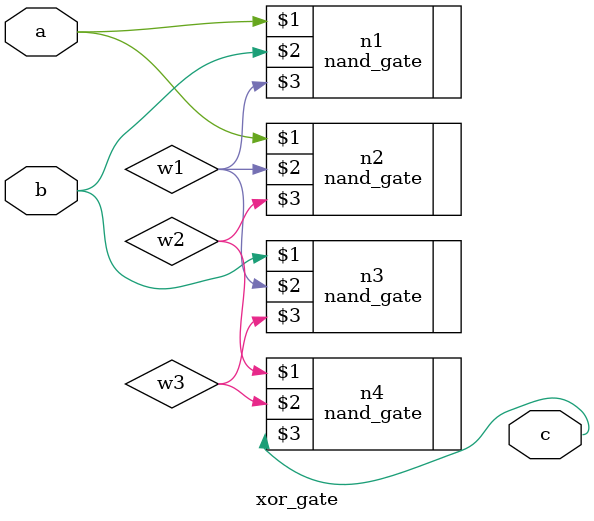
<source format=v>
`include "nand_gate.v"


module xor_gate(a,b,c);
input a,b;
output c;
wire w1, w2, w3;
nand_gate n1 (a,b,w1);
nand_gate n2 (a,w1,w2);
nand_gate n3 (b,w1,w3);
nand_gate n4 (w2,w3,c);
endmodule
</source>
